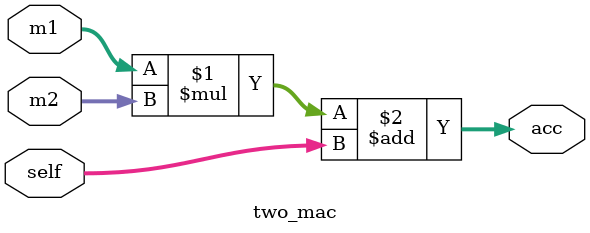
<source format=sv>
module PE_BLACKBOX #(
	parameter INPUT_W 	= 8,
	parameter OUTPUT_W 	= 20,
	parameter C_W 		= 32,
	parameter SEXT_W 	= C_W - OUTPUT_W
) (
	input 	logic							clock,
	input 	logic	[INPUT_W  - 1	:0]  	in_a,
	input 	logic	[OUTPUT_W - 1	:0] 	in_b,
	input 	logic	[OUTPUT_W - 1	:0] 	in_d,
	output 	logic	[INPUT_W  - 1	:0]  	out_a,
	output 	logic	[OUTPUT_W - 1	:0] 	out_b,
	output 	logic	[OUTPUT_W - 1	:0] 	out_c,
	input 	logic							in_control_dataflow,
	input 	logic							in_control_propagate,
	input 	logic	[4:0]  					in_control_shift,
	output 	logic							out_control_dataflow,
	output 	logic							out_control_propagate,
	output 	logic	[4:0]  					out_control_shift,
	input 	logic	[2:0]  					in_id,
	output 	logic	[2:0]  					out_id,
	input 	logic							in_last,
	output 	logic							out_last,
	input 	logic							in_valid,
	output 	logic							out_valid,
	output 	logic							bad_dataflow
);

	logic [C_W-1:0] 		c1, c2, c1_shifted, c2_shifted;
	logic 					last_s;
	logic 					flip;
	logic [4:0] 			shift_offset;

	logic [INPUT_W-1:0] 	mac_m1;
	logic [INPUT_W-1:0] 	mac_m2;
	logic [C_W-1:0]			mac_self;
	logic [C_W-1:0] 		mac_acc;

	assign c1_shifted				= c1 >> shift_offset;
	assign c2_shifted				= c2 >> shift_offset;

	assign out_a 					= in_a;
	assign out_control_dataflow 	= in_control_dataflow;
	assign out_control_propagate 	= in_control_propagate;
	assign out_control_shift 		= in_control_shift;
	assign out_id 					= in_id;
	assign out_last 				= in_last;
	assign out_valid 				= in_valid;

	assign flip 					= last_s != in_control_propagate;
	assign shift_offset 			= flip ? in_control_shift : 5'h0;

	// assign bad_dataflow 			= ~in_control_dataflow ? 1'h0 : (in_control_dataflow ? 1'h0 : 1'h1);

	two_mac #(
		.INPUT_W(INPUT_W),
		.OUTPUT_W(OUTPUT_W),
		.C_W(C_W)
	) mac_unit (
		.m1(mac_m1),
		.m2(mac_m2),
		.self(mac_self),
		.acc(mac_acc)
	);

	typedef enum logic[1:0] {
		OS_P 	= 2'b01,
		OS_NP	= 2'b00,
		WS_P	= 2'b11,
		WS_NP	= 2'b10
	} DF_t;

	function set_defaults();
		bad_dataflow		= 1'b0;
		out_c				= '0;
		out_b				= '0;

		mac_m1				= in_a;
		mac_m2				= '0;
		mac_self			= '0;
	endfunction

	always_comb begin
		set_defaults();
		
		unique case ({in_control_dataflow, in_control_propagate})
			OS_P	: begin 
				out_c 		= c1_shifted[OUTPUT_W-1:0];
				out_b 		= in_b;
				
				mac_m2		= in_b[INPUT_W-1:0];
				mac_self 	= c2;
			end 

			OS_NP	: begin 
				out_c 		= c2_shifted[OUTPUT_W-1:0];
				out_b 		= in_b;

				mac_m2		= in_b[INPUT_W-1:0];
				mac_self 	= c1;
			end 

			WS_P	: begin 
				out_c 		= c1;
				out_b 		= mac_acc;

				mac_m2		= c2[INPUT_W-1:0];
				mac_self 	= in_b;
			end 

			WS_NP	: begin 
				out_c 		= c2;
				out_b 		= mac_acc;

				mac_m2		= c1[INPUT_W-1:0];
				mac_self 	= in_b;
			end 

			default: begin 
				bad_dataflow = 1'b1;
			end 
		endcase
	end

	always_ff @(posedge clock ) begin
		if (in_valid) begin 
			last_s <= in_control_propagate;
		
			unique case ({in_control_dataflow, in_control_propagate})
				OS_P	: begin 
					c2	<= mac_acc;
					c1	<= {{SEXT_W{in_d[OUTPUT_W-1]}}, in_d};
				end 

				OS_NP	: begin 
					c1	<= mac_acc;
					c2	<= {{SEXT_W{in_d[OUTPUT_W-1]}}, in_d};
				end 

				WS_P	: begin 
					c1	<= {{SEXT_W{in_d[OUTPUT_W-1]}}, in_d};
				end 

				WS_NP	: begin 
					c2	<= {{SEXT_W{in_d[OUTPUT_W-1]}}, in_d};
				end 

				default:;
			endcase
		end 
	end

endmodule

module two_mac #(
	parameter INPUT_W 	= 8,
	parameter OUTPUT_W 	= 20,
	parameter C_W 		= 32
) (
	input 	logic [INPUT_W-1:0] 	m1,
	input 	logic [INPUT_W-1:0] 	m2,
	input 	logic [C_W-1:0]			self,
	output 	logic [C_W-1:0] 		acc
);

	assign acc = m1 * m2 + self;
	// logic [2:0] first_term, second_term;
	// logic is_one_term;
	// logic sign;
	// logic [C_W - 1:0] m1_shifted_first, m1_shifted_second;

	// assign first_term 			= m2[5:3];
	// assign second_term 			= m2[2:0];
	// assign is_one_term			= m2[6];
	// assign sign 				= m2[7];

	// assign m1_shifted_first 	= m1 << first_term;
	// assign m1_shifted_second 	= m1 << second_term;

	// function three_input_add(logic [C_W - 1:0] a, logic [C_W - 1:0] b, logic [C_W - 1:0] c);
	// 	return a + b + c;
	// endfunction

	// always_comb begin
	// 	acc 			= '0;

	// 	if (is_one_term) begin 
	// 		// acc			= m1_shifted_first + self;
	// 		acc			= three_input_add(m1_shifted_first, self, 0);
	// 	end else begin 
	// 		unique case(sign)
	// 			1'b1: begin 
	// 				// acc = (m1_shifted_first) - (m1_shifted_second) + self;
	// 				acc = three_input_add(m1_shifted_first, self, -m1_shifted_second);
	// 			end 

	// 			1'b0: begin 
	// 				// acc = (m1_shifted_first) + (m1_shifted_second) + self;
	// 				acc = three_input_add(m1_shifted_first, self, m1_shifted_second);
	// 			end 

	// 			default:;
	// 		endcase
	// 	end 
	// end

endmodule
</source>
